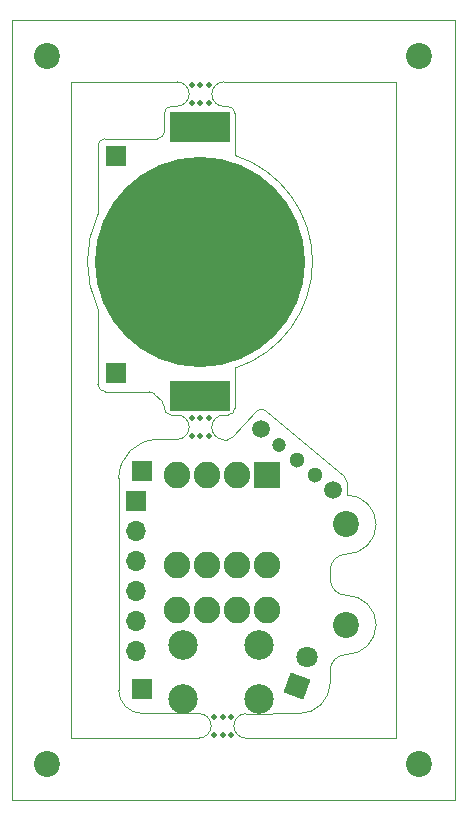
<source format=gbr>
%TF.GenerationSoftware,KiCad,Pcbnew,8.0.2-1*%
%TF.CreationDate,2024-07-30T22:04:44-07:00*%
%TF.ProjectId,tamagotchi_panel_rounded,74616d61-676f-4746-9368-695f70616e65,rev?*%
%TF.SameCoordinates,Original*%
%TF.FileFunction,Soldermask,Bot*%
%TF.FilePolarity,Negative*%
%FSLAX46Y46*%
G04 Gerber Fmt 4.6, Leading zero omitted, Abs format (unit mm)*
G04 Created by KiCad (PCBNEW 8.0.2-1) date 2024-07-30 22:04:44*
%MOMM*%
%LPD*%
G01*
G04 APERTURE LIST*
G04 Aperture macros list*
%AMRotRect*
0 Rectangle, with rotation*
0 The origin of the aperture is its center*
0 $1 length*
0 $2 width*
0 $3 Rotation angle, in degrees counterclockwise*
0 Add horizontal line*
21,1,$1,$2,0,0,$3*%
G04 Aperture macros list end*
%ADD10C,2.200000*%
%ADD11R,2.250000X2.250000*%
%ADD12C,2.250000*%
%ADD13C,0.500000*%
%ADD14R,1.700000X1.700000*%
%ADD15C,1.300000*%
%ADD16C,1.200000*%
%ADD17C,1.500000*%
%ADD18C,2.500000*%
%ADD19RotRect,1.800000X1.800000X70.000000*%
%ADD20C,1.800000*%
%ADD21R,5.100000X2.500000*%
%ADD22C,17.800000*%
%ADD23O,1.700000X1.700000*%
%TA.AperFunction,Profile*%
%ADD24C,0.100000*%
%TD*%
G04 APERTURE END LIST*
D10*
%TO.C,H1*%
X20994496Y-76500000D03*
%TD*%
D11*
%TO.C,U1*%
X39620077Y-51983079D03*
D12*
X37080077Y-51983079D03*
X34540077Y-51983079D03*
X32000077Y-51983079D03*
X32000077Y-59603079D03*
X34540077Y-59603079D03*
X37080077Y-59603079D03*
X39620077Y-59603079D03*
%TD*%
D10*
%TO.C,H1*%
X46277036Y-56183079D03*
%TD*%
%TO.C,H1*%
X20994496Y-16500000D03*
%TD*%
D13*
%TO.C,mouse-bite-2mm-slot*%
X33229151Y-47193784D03*
X33229151Y-48693784D03*
X33979151Y-47193784D03*
X33979151Y-48693784D03*
X34729151Y-47193784D03*
X34729151Y-48693784D03*
%TD*%
D14*
%TO.C,J4*%
X26800000Y-43343402D03*
%TD*%
D15*
%TO.C,SW2*%
X43704199Y-51996982D03*
D16*
X40640021Y-49425832D03*
D15*
X42172110Y-50711407D03*
D17*
X45236288Y-53282557D03*
X39107932Y-48140256D03*
%TD*%
D18*
%TO.C,SW1*%
X38968713Y-70923675D03*
X32468713Y-70923675D03*
X38968713Y-66423675D03*
X32468713Y-66423675D03*
%TD*%
D13*
%TO.C,mouse-bite-2mm-slot*%
X33228006Y-18985519D03*
X33228006Y-20485519D03*
X33978006Y-18985519D03*
X33978006Y-20485519D03*
X34728006Y-18985519D03*
X34728006Y-20485519D03*
%TD*%
D12*
%TO.C,U2*%
X39625000Y-63400000D03*
X37085000Y-63400000D03*
X34545000Y-63400000D03*
X32005000Y-63400000D03*
%TD*%
D13*
%TO.C,mouse-bite-2mm-slot*%
X35093006Y-72476415D03*
X35093006Y-73976415D03*
X35843006Y-72476415D03*
X35843006Y-73976415D03*
X36593006Y-72476415D03*
X36593006Y-73976415D03*
%TD*%
D10*
%TO.C,H1*%
X52500000Y-76500000D03*
%TD*%
D14*
%TO.C,J3*%
X28993960Y-51683079D03*
%TD*%
%TO.C,J5*%
X26800000Y-24943402D03*
%TD*%
%TO.C,J2*%
X28993960Y-70083079D03*
%TD*%
D10*
%TO.C,H2*%
X46277036Y-64683079D03*
%TD*%
%TO.C,H1*%
X52500000Y-16500000D03*
%TD*%
D19*
%TO.C,D1*%
X42142843Y-69816333D03*
D20*
X43011574Y-67429514D03*
%TD*%
D21*
%TO.C,BT2*%
X33978370Y-45343402D03*
X33978370Y-22543402D03*
D22*
X33978370Y-33943402D03*
%TD*%
D14*
%TO.C,J1*%
X28505077Y-54163079D03*
D23*
X28505077Y-56703079D03*
X28505077Y-59243079D03*
X28505077Y-61783079D03*
X28505077Y-64323079D03*
X28505077Y-66863079D03*
%TD*%
D24*
X31976504Y-18693512D02*
G75*
G02*
X31977224Y-20775888I696J-1041188D01*
G01*
X17994496Y-13500000D02*
X55494496Y-13500000D01*
X55494496Y-79500000D01*
X17994496Y-79500000D01*
X17994496Y-13500000D01*
X46135992Y-52103264D02*
G75*
G02*
X46350095Y-52562712I-385892J-459436D01*
G01*
X44950077Y-68583079D02*
G75*
G02*
X46350077Y-67183077I1400023J-21D01*
G01*
X27050077Y-67383079D02*
X27050077Y-52283079D01*
X25900000Y-44928268D02*
G75*
G02*
X25299932Y-44328268I0J600068D01*
G01*
X36287028Y-20782683D02*
G75*
G02*
X36892542Y-21382658I5472J-600017D01*
G01*
X44950077Y-60083079D02*
G75*
G02*
X46350077Y-58683077I1400023J-21D01*
G01*
X46350077Y-53683079D02*
X46350095Y-52562712D01*
X38709268Y-46611441D02*
G75*
G02*
X39535598Y-46559459I440432J-407459D01*
G01*
X30350077Y-48983079D02*
X31978369Y-48984165D01*
X46135992Y-52103264D02*
X39535638Y-46559412D01*
X46350077Y-53683079D02*
G75*
G02*
X46350077Y-58683081I3J-2500001D01*
G01*
X30921404Y-21373650D02*
G75*
G02*
X31515490Y-20773533I599996J150D01*
G01*
X27050077Y-52283079D02*
G75*
G02*
X30350077Y-48983077I3300003J-1D01*
G01*
X30716824Y-45752640D02*
X30068188Y-45104004D01*
X29643924Y-44928268D02*
X25900000Y-44928268D01*
X25300000Y-24119795D02*
G75*
G02*
X25900404Y-23519800I600000J-5D01*
G01*
X27050077Y-67383079D02*
X27050077Y-70183079D01*
X50494496Y-18701499D02*
X50500000Y-74276461D01*
X25300000Y-37935576D02*
G75*
G02*
X25300000Y-29901804I8557550J4016886D01*
G01*
X38709268Y-46611441D02*
X36680998Y-48804314D01*
X29643924Y-44928268D02*
G75*
G02*
X30068183Y-45104009I-24J-600032D01*
G01*
X31977649Y-46901777D02*
X31492749Y-46901886D01*
X31492749Y-46901886D02*
G75*
G02*
X30892614Y-46302147I-149J599986D01*
G01*
X44950077Y-60783079D02*
X44950077Y-60083079D01*
X36294383Y-46910916D02*
X35972389Y-46911408D01*
X46350077Y-62183079D02*
G75*
G02*
X46350077Y-67183081I3J-2500001D01*
G01*
X33841504Y-72184408D02*
X29050077Y-72183079D01*
X25300000Y-29901804D02*
X25300000Y-24119795D01*
X35973109Y-48993796D02*
X36233460Y-48996862D01*
X44950077Y-68583079D02*
X44957272Y-69584983D01*
X31977679Y-20768983D02*
X31515490Y-20773539D01*
X35973109Y-48993796D02*
G75*
G02*
X35972389Y-46911404I-749J1041196D01*
G01*
X44957272Y-69584983D02*
G75*
G02*
X42357272Y-72184982I-2600012J13D01*
G01*
X36287028Y-20782683D02*
X35971964Y-20785531D01*
X23000000Y-74266762D02*
X22994496Y-18691800D01*
X36892452Y-24928268D02*
G75*
G02*
X36899334Y-42949639I-2894112J-9011792D01*
G01*
X35971244Y-18703143D02*
X50494496Y-18701499D01*
X30892614Y-46302147D02*
X30892560Y-46176644D01*
X36893466Y-46311964D02*
G75*
G02*
X36294383Y-46910966I-600066J1064D01*
G01*
X30716824Y-45752640D02*
G75*
G02*
X30892569Y-46176644I-424224J-424260D01*
G01*
X37836964Y-74276427D02*
X50500000Y-74276461D01*
X37836964Y-74276427D02*
G75*
G02*
X37836244Y-72194033I-704J1041197D01*
G01*
X37836244Y-72194039D02*
X42357272Y-72184983D01*
X31976504Y-18693512D02*
X22994496Y-18691800D01*
X30921766Y-22921550D02*
G75*
G02*
X30321362Y-23521666I-599966J-150D01*
G01*
X36892452Y-21382658D02*
X36892452Y-24928268D01*
X30921766Y-22921550D02*
X30921404Y-21373650D01*
X30321362Y-23521690D02*
X25900404Y-23519796D01*
X46350077Y-62183079D02*
G75*
G02*
X44950121Y-60783079I23J1399979D01*
G01*
X35971964Y-20785531D02*
G75*
G02*
X35971244Y-18703149I-694J1041191D01*
G01*
X33841504Y-72184408D02*
G75*
G02*
X33842224Y-74266792I696J-1041192D01*
G01*
X36899333Y-42949637D02*
X36893466Y-46311964D01*
X36680998Y-48804314D02*
G75*
G02*
X36233460Y-48996879I-440498J407414D01*
G01*
X25300000Y-44328268D02*
X25300000Y-37935576D01*
X29050077Y-72183079D02*
G75*
G02*
X27050121Y-70183079I23J1999979D01*
G01*
X31977649Y-46901777D02*
G75*
G02*
X31978369Y-48984163I701J-1041193D01*
G01*
X33842224Y-74266796D02*
X23000000Y-74266762D01*
M02*

</source>
